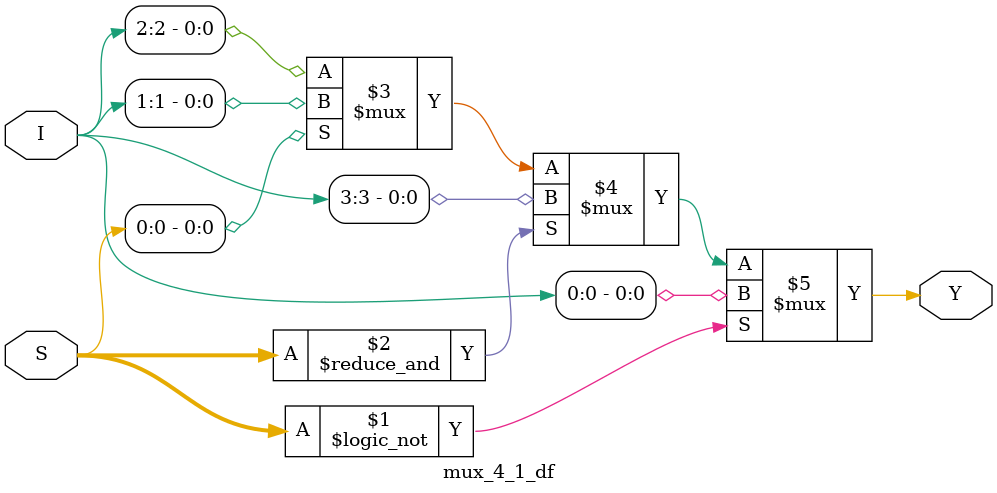
<source format=v>
module mux_4_1_df(	// file.cleaned.mlir:2:3
  input  [3:0] I,	// file.cleaned.mlir:2:28
  input  [1:0] S,	// file.cleaned.mlir:2:40
  output       Y	// file.cleaned.mlir:2:53
);

  assign Y = S == 2'h0 ? I[0] : (&S) ? I[3] : S[0] ? I[1] : I[2];	// file.cleaned.mlir:4:14, :5:10, :6:10, :7:10, :8:10, :9:10, :10:10, :11:10, :12:10, :13:10, :14:10, :15:5
endmodule


</source>
